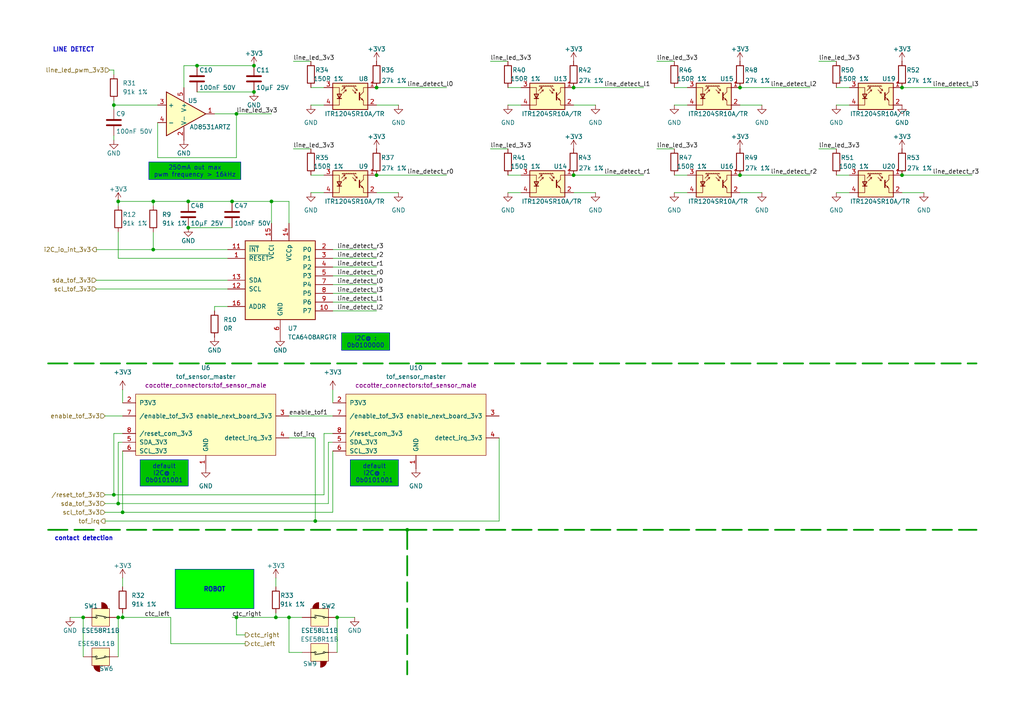
<source format=kicad_sch>
(kicad_sch (version 20231120) (generator "eeschema") (generator_version "8.0")
  (paper "A4")
  (lib_symbols
    (symbol "cocotter_capacitors:C_100nF_50V_0603" (pin_numbers hide) (pin_names (offset 0.254))
      (property "Reference" "C" (at 0.635 2.54 0))
      (property "Value" "100nF 50V" (at 0.635 -2.54 0))
      (symbol "C_100nF_50V_0603_0_1"
        (polyline (pts (xy -2.032 -0.762) (xy 2.032 -0.762)) (stroke (width 0.508)))
        (polyline (pts (xy -2.032 0.762) (xy 2.032 0.762)) (stroke (width 0.508)))
      )
      (symbol "C_100nF_50V_0603_1_1"
        (pin passive line (at 0 3.81 270) (length 2.794) (name "~") (number "1"))
        (pin passive line (at 0 -3.81 90) (length 2.794) (name "~") (number "2"))
      )
    )
    (symbol "cocotter_capacitors:C_10µF_25V_0805_X5R" (pin_numbers hide) (pin_names (offset 0.254))
      (property "Reference" "C" (at 0.635 2.54 0))
      (property "Value" "10µF 25V" (at 0.635 -2.54 0))
      (symbol "C_10µF_25V_0805_X5R_0_1"
        (polyline (pts (xy -2.032 -0.762) (xy 2.032 -0.762)) (stroke (width 0.508)))
        (polyline (pts (xy -2.032 0.762) (xy 2.032 0.762)) (stroke (width 0.508)))
      )
      (symbol "C_10µF_25V_0805_X5R_1_1"
        (pin passive line (at 0 3.81 270) (length 2.794) (name "~") (number "1"))
        (pin passive line (at 0 -3.81 90) (length 2.794) (name "~") (number "2"))
      )
    )
    (symbol "cocotter_connectors:ESE58L11B" (pin_numbers hide) (pin_names (offset 0) hide)
      (property "Reference" "SW" (at 1.651 3.429 0))
      (property "Value" "ESE58L11B" (at -1.27 -3.81 0))
      (symbol "ESE58L11B_0_1"
        (polyline (pts (xy -0.254 4.318) (xy -0.254 2.54)))
      )
      (symbol "ESE58L11B_1_1"
        (rectangle (start -2.54 2.54) (end 2.54 -2.54) (fill (type background)))
        (circle (center -1.27 0) (radius 0.254) (stroke (width 0) (color 0 0 0 1)))
        (arc (start -0.254 4.318) (mid -1.5105 3.7965) (end -2.032 2.54) (fill (type outline)))
        (polyline (pts (xy -2.54 0) (xy -1.524 0)) (stroke (width 0.2) (color 0 0 0 1)))
        (polyline (pts (xy 1.016 0.254) (xy -1.397 0.635)) (stroke (width 0.2) (color 0 0 0 1)))
        (polyline (pts (xy 1.524 0) (xy 2.54 0)) (stroke (width 0.2) (color 0 0 0 1)))
        (circle (center 1.27 0) (radius 0.254) (stroke (width 0) (color 0 0 0 1)))
        (pin passive line (at -5.08 0 0) (length 2.54) (name "") (number "1"))
        (pin passive line (at 5.08 0 180) (length 2.54) (name "") (number "2"))
      )
    )
    (symbol "cocotter_connectors:ESE58R11B" (pin_numbers hide) (pin_names (offset 0) hide)
      (property "Reference" "SW" (at -2.794 3.302 0))
      (property "Value" "ESE58R11B" (at 0 -3.81 0))
      (symbol "ESE58R11B_0_1"
        (polyline (pts (xy 0.254 4.318) (xy 0.254 2.54)))
      )
      (symbol "ESE58R11B_1_1"
        (rectangle (start -2.54 2.54) (end 2.54 -2.54) (fill (type background)))
        (circle (center -1.27 0) (radius 0.254) (stroke (width 0) (color 0 0 0 1)))
        (polyline (pts (xy -2.54 0) (xy -1.524 0)) (stroke (width 0.2) (color 0 0 0 1)))
        (polyline (pts (xy 1.016 0.254) (xy -1.397 0.635)) (stroke (width 0.2) (color 0 0 0 1)))
        (polyline (pts (xy 1.524 0) (xy 2.54 0)) (stroke (width 0.2) (color 0 0 0 1)))
        (circle (center 1.27 0) (radius 0.254) (stroke (width 0) (color 0 0 0 1)))
        (arc (start 2.032 2.54) (mid 1.5105 3.7965) (end 0.254 4.318) (fill (type outline)))
        (pin passive line (at -5.08 0 0) (length 2.54) (name "") (number "1"))
        (pin passive line (at 5.08 0 180) (length 2.54) (name "") (number "2"))
      )
    )
    (symbol "cocotter_connectors:tof_sensor_master" (pin_names (offset 1.016)) (in_bom no)
      (property "Reference" "U" (at 6.35 10.16 0))
      (property "Value" "tof_sensor_master" (at 13.97 -10.16 0))
      (property "Footprint" "cocotter_connectors:tof_sensor_male" (at -19.558 0 0))
      (symbol "tof_sensor_master_1_1"
        (rectangle (start -20.32 8.89) (end 20.32 -8.89) (fill (type background)))
        (pin passive line (at 0 -12.7 90) (length 3.81) (name "GND") (number "1"))
        (pin power_in line (at -24.13 6.35 0) (length 3.81) (name "P3V3") (number "2"))
        (pin output line (at 24.13 2.54 180) (length 3.81) (name "enable_next_board_3v3") (number "3"))
        (pin output line (at 24.13 -3.81 180) (length 3.81) (name "detect_irq_3v3") (number "4"))
        (pin bidirectional line (at -24.13 -5.08 0) (length 3.81) (name "SDA_3V3") (number "5"))
        (pin input line (at -24.13 -7.62 0) (length 3.81) (name "SCL_3V3") (number "6"))
        (pin input line (at -24.13 2.54 0) (length 3.81) (name "/enable_tof_3v3") (number "7"))
        (pin input line (at -24.13 -2.54 0) (length 3.81) (name "/reset_com_3v3") (number "8"))
      )
    )
    (symbol "cocotter_ic:AD8531ARTZ"
      (property "Reference" "U" (at 2.54 3.81 0))
      (property "Value" "AD8531ARTZ" (at 7.62 -3.81 0))
      (symbol "AD8531ARTZ_0_1"
        (polyline (pts (xy -5.08 6.35) (xy 6.35 0) (xy -5.08 -6.35) (xy -5.08 6.35)) (stroke (width 0.254)) (fill (type background)))
      )
      (symbol "AD8531ARTZ_1_1"
        (pin output line (at 8.89 0 180) (length 2.54) (name "~") (number "1"))
        (pin power_in line (at 0 -7.62 90) (length 3.81) (name "V-") (number "2"))
        (pin input line (at -7.62 2.54 0) (length 2.54) (name "+") (number "3"))
        (pin input line (at -7.62 -2.54 0) (length 2.54) (name "-") (number "4"))
        (pin power_in line (at 0 7.62 270) (length 3.81) (name "V+") (number "5"))
      )
    )
    (symbol "cocotter_ic:ITR1204SR10A/TR" (pin_names (offset 0) hide)
      (property "Reference" "U" (at 3.81 5.08 0))
      (property "Value" "ITR1204SR10A/TR" (at 1.27 -5.08 0))
      (symbol "ITR1204SR10A/TR_0_1"
        (polyline (pts (xy -3.81 -0.635) (xy -2.54 -0.635)) (stroke (width 0.254)))
        (polyline (pts (xy -2.286 2.921) (xy -2.032 3.175)))
        (polyline (pts (xy -1.778 2.921) (xy -1.524 3.175)))
        (polyline (pts (xy -1.524 2.667) (xy -1.651 2.159)))
        (polyline (pts (xy -1.27 2.921) (xy -1.016 3.175)))
        (polyline (pts (xy -1.143 1.905) (xy -1.27 1.397)))
        (polyline (pts (xy -0.762 2.921) (xy -0.508 3.175)))
        (polyline (pts (xy -0.254 2.921) (xy 0 3.175)))
        (polyline (pts (xy 0.254 2.921) (xy 0.508 3.175)))
        (polyline (pts (xy 0.762 2.921) (xy 1.016 3.175)))
        (polyline (pts (xy 1.27 2.921) (xy 1.524 3.175)))
        (polyline (pts (xy 1.651 0.889) (xy 1.143 1.016)))
        (polyline (pts (xy 1.778 2.921) (xy -2.413 2.921)))
        (polyline (pts (xy 2.032 1.651) (xy 1.524 1.778)))
        (polyline (pts (xy 2.667 -0.127) (xy 3.81 -1.27)))
        (polyline (pts (xy 2.667 0.127) (xy 3.81 1.27)))
        (polyline (pts (xy -2.54 1.651) (xy -1.524 2.667) (xy -2.032 2.54)))
        (polyline (pts (xy -2.159 0.889) (xy -1.143 1.905) (xy -1.651 1.778)))
        (polyline (pts (xy 0.635 1.905) (xy 1.651 0.889) (xy 1.524 1.397)))
        (polyline (pts (xy 1.016 2.667) (xy 2.032 1.651) (xy 1.905 2.159)))
        (polyline (pts (xy 2.667 1.016) (xy 2.667 -1.016) (xy 2.667 -1.016)) (stroke (width 0.3556)))
        (polyline (pts (xy 3.81 -1.27) (xy 3.81 -2.54) (xy 5.08 -2.54)))
        (polyline (pts (xy 3.81 1.27) (xy 3.81 2.54) (xy 5.08 2.54)))
        (polyline (pts (xy -5.08 -2.54) (xy -3.175 -2.54) (xy -3.175 2.54) (xy -5.08 2.54)))
        (polyline (pts (xy -3.175 -0.635) (xy -3.81 0.635) (xy -2.54 0.635) (xy -3.175 -0.635)) (stroke (width 0.254)))
        (polyline (pts (xy 3.683 -1.143) (xy 3.429 -0.635) (xy 3.175 -0.889) (xy 3.683 -1.143)))
        (polyline (pts (xy -5.08 -3.81) (xy 5.08 -3.81) (xy 5.08 3.81) (xy -5.08 3.81) (xy -5.08 -3.81)) (stroke (width 0.254)) (fill (type background)))
      )
      (symbol "ITR1204SR10A/TR_1_1"
        (pin open_collector line (at 7.62 2.54 180) (length 2.54) (name "C") (number "1"))
        (pin open_emitter line (at 7.62 -2.54 180) (length 2.54) (name "E") (number "2"))
        (pin passive line (at -7.62 2.54 0) (length 2.54) (name "A") (number "3"))
        (pin passive line (at -7.62 -2.54 0) (length 2.54) (name "K") (number "4"))
      )
    )
    (symbol "cocotter_ic:TCA6408ARGTR" (pin_names (offset 1.016))
      (property "Reference" "U" (at 5.08 13.97 0))
      (property "Value" "TCA6408ARGTR" (at 11.43 -11.43 0))
      (symbol "TCA6408ARGTR_0_1"
        (rectangle (start -10.16 12.7) (end 10.16 -10.16) (stroke (width 0.254)) (fill (type background)))
      )
      (symbol "TCA6408ARGTR_1_1"
        (pin input line (at -15.24 7.62 0) (length 5.08) (name "~{RESET}") (number "1"))
        (pin bidirectional line (at 15.24 -7.62 180) (length 5.08) (name "P7") (number "10"))
        (pin open_collector line (at -15.24 10.16 0) (length 5.08) (name "~{INT}") (number "11"))
        (pin input line (at -15.24 -1.27 0) (length 5.08) (name "SCL") (number "12"))
        (pin bidirectional line (at -15.24 1.27 0) (length 5.08) (name "SDA") (number "13"))
        (pin power_in line (at 2.54 17.78 270) (length 5.08) (name "VCCp") (number "14"))
        (pin input line (at -2.54 17.78 270) (length 5.08) (name "VCCl") (number "15"))
        (pin input line (at -15.24 -6.35 0) (length 5.08) (name "ADDR") (number "16"))
        (pin bidirectional line (at 15.24 10.16 180) (length 5.08) (name "P0") (number "2"))
        (pin bidirectional line (at 15.24 7.62 180) (length 5.08) (name "P1") (number "3"))
        (pin bidirectional line (at 15.24 5.08 180) (length 5.08) (name "P2") (number "4"))
        (pin bidirectional line (at 15.24 2.54 180) (length 5.08) (name "P3") (number "5"))
        (pin power_in line (at 0 -15.24 90) (length 5.08) (name "GND") (number "6"))
        (pin bidirectional line (at 15.24 0 180) (length 5.08) (name "P4") (number "7"))
        (pin bidirectional line (at 15.24 -2.54 180) (length 5.08) (name "P5") (number "8"))
        (pin bidirectional line (at 15.24 -5.08 180) (length 5.08) (name "P6") (number "9"))
      )
    )
    (symbol "cocotter_resistors:R_0R_0603" (pin_numbers hide) (pin_names (offset 0))
      (property "Reference" "R" (at 1.27 1.27 0))
      (property "Value" "0R" (at 3.81 -1.27 0))
      (symbol "R_0R_0603_0_1"
        (rectangle (start -1.016 -2.54) (end 1.016 2.54) (stroke (width 0.254)))
      )
      (symbol "R_0R_0603_1_1"
        (pin passive line (at 0 3.81 270) (length 1.27) (name "~") (number "1"))
        (pin passive line (at 0 -3.81 90) (length 1.27) (name "~") (number "2"))
      )
    )
    (symbol "cocotter_resistors:R_150R_0805_1%" (pin_numbers hide) (pin_names (offset 0))
      (property "Reference" "R" (at 1.27 1.27 0))
      (property "Value" "150R 1%" (at 5.08 -1.27 0))
      (symbol "R_150R_0805_1%_0_1"
        (rectangle (start -1.016 -2.54) (end 1.016 2.54) (stroke (width 0.254)))
      )
      (symbol "R_150R_0805_1%_1_1"
        (pin passive line (at 0 3.81 270) (length 1.27) (name "~") (number "1"))
        (pin passive line (at 0 -3.81 90) (length 1.27) (name "~") (number "2"))
      )
    )
    (symbol "cocotter_resistors:R_27k_0603_1%" (pin_numbers hide) (pin_names (offset 0))
      (property "Reference" "R" (at 1.27 1.27 0))
      (property "Value" "27k 1%" (at 5.08 -1.778 0))
      (symbol "R_27k_0603_1%_0_1"
        (rectangle (start -1.016 -2.54) (end 1.016 2.54) (stroke (width 0.254)))
      )
      (symbol "R_27k_0603_1%_1_1"
        (pin passive line (at 0 3.81 270) (length 1.27) (name "~") (number "1"))
        (pin passive line (at 0 -3.81 90) (length 1.27) (name "~") (number "2"))
      )
    )
    (symbol "cocotter_resistors:R_91k_0603_1%" (pin_numbers hide) (pin_names (offset 0))
      (property "Reference" "R" (at 1.27 1.27 0))
      (property "Value" "91k 1%" (at 4.826 -1.27 0))
      (symbol "R_91k_0603_1%_0_1"
        (rectangle (start -1.016 -2.54) (end 1.016 2.54) (stroke (width 0.254)))
      )
      (symbol "R_91k_0603_1%_1_1"
        (pin passive line (at 0 3.81 270) (length 1.27) (name "~") (number "1"))
        (pin passive line (at 0 -3.81 90) (length 1.27) (name "~") (number "2"))
      )
    )
    (symbol "power:+3V3" (power) (pin_numbers hide) (pin_names (offset 0) hide)
      (property "Value" "+3V3" (at 0 3.556 0))
      (symbol "+3V3_0_1"
        (polyline (pts (xy -0.762 1.27) (xy 0 2.54)))
        (polyline (pts (xy 0 0) (xy 0 2.54)))
        (polyline (pts (xy 0 2.54) (xy 0.762 1.27)))
      )
      (symbol "+3V3_1_1"
        (pin power_in line (at 0 0 90) (length 0) (name "~") (number "1"))
      )
    )
    (symbol "power:GND" (power) (pin_numbers hide) (pin_names (offset 0) hide)
      (property "Value" "GND" (at 0 -3.81 0))
      (symbol "GND_0_1"
        (polyline (pts (xy 0 0) (xy 0 -1.27) (xy 1.27 -1.27) (xy 0 -2.54) (xy -1.27 -1.27) (xy 0 -1.27)))
      )
      (symbol "GND_1_1"
        (pin power_in line (at 0 0 270) (length 0) (name "~") (number "1"))
      )
    )
  )
  (junction (at 214.63 50.8))
  (junction (at 80.01 179.07))
  (junction (at 73.66 26.67))
  (junction (at 166.37 50.8))
  (junction (at 54.61 66.04))
  (junction (at 24.13 179.07))
  (junction (at 261.62 25.4))
  (junction (at 34.29 58.42))
  (junction (at 35.56 179.07))
  (junction (at 166.37 25.4))
  (junction (at 34.29 179.07))
  (junction (at 35.56 148.59))
  (junction (at 73.66 19.05))
  (junction (at 97.79 179.07))
  (junction (at 68.58 33.02))
  (junction (at 54.61 58.42))
  (junction (at 68.58 179.07))
  (junction (at 83.82 179.07))
  (junction (at 118.11 153.67))
  (junction (at 214.63 25.4))
  (junction (at 78.74 58.42))
  (junction (at 91.44 151.13))
  (junction (at 261.62 50.8))
  (junction (at 34.29 146.05))
  (junction (at 44.45 72.39))
  (junction (at 67.31 58.42))
  (junction (at 33.02 30.48))
  (junction (at 57.15 19.05))
  (junction (at 33.02 143.51))
  (junction (at 109.22 50.8))
  (junction (at 109.22 25.4))
  (junction (at 44.45 58.42))
  (wire (pts (xy 144.78 127) (xy 144.78 151.13)))
  (wire (pts (xy 220.98 30.48) (xy 214.63 30.48)))
  (wire (pts (xy 34.29 74.93) (xy 66.04 74.93)))
  (wire (pts (xy 62.23 88.9) (xy 62.23 90.17)))
  (wire (pts (xy 242.57 55.88) (xy 246.38 55.88)))
  (wire (pts (xy 96.52 113.03) (xy 96.52 116.84)))
  (wire (pts (xy 35.56 167.64) (xy 35.56 170.18)))
  (wire (pts (xy 147.32 50.8) (xy 151.13 50.8)))
  (wire (pts (xy 87.63 179.07) (xy 83.82 179.07)))
  (wire (pts (xy 33.02 143.51) (xy 93.98 143.51)))
  (wire (pts (xy 214.63 25.4) (xy 234.95 25.4)))
  (wire (pts (xy 78.74 64.77) (xy 78.74 58.42)))
  (wire (pts (xy 90.17 25.4) (xy 93.98 25.4)))
  (wire (pts (xy 13.97 153.67) (xy 118.11 153.67)) (stroke (width 0.508) (type dash)))
  (wire (pts (xy 96.52 77.47) (xy 109.22 77.47)))
  (wire (pts (xy 30.48 151.13) (xy 91.44 151.13)))
  (wire (pts (xy 33.02 39.37) (xy 33.02 40.64)))
  (wire (pts (xy 34.29 58.42) (xy 44.45 58.42)))
  (wire (pts (xy 24.13 179.07) (xy 24.13 190.5)))
  (wire (pts (xy 49.53 186.69) (xy 49.53 179.07)))
  (wire (pts (xy 78.74 58.42) (xy 67.31 58.42)))
  (wire (pts (xy 96.52 90.17) (xy 109.22 90.17)))
  (wire (pts (xy 13.97 105.41) (xy 283.21 105.41)) (stroke (width 0.508) (type dash)))
  (wire (pts (xy 166.37 50.8) (xy 186.69 50.8)))
  (wire (pts (xy 35.56 113.03) (xy 35.56 116.84)))
  (wire (pts (xy 67.31 58.42) (xy 54.61 58.42)))
  (wire (pts (xy 34.29 179.07) (xy 35.56 179.07)))
  (wire (pts (xy 33.02 125.73) (xy 35.56 125.73)))
  (wire (pts (xy 71.12 186.69) (xy 49.53 186.69)))
  (wire (pts (xy 90.17 55.88) (xy 93.98 55.88)))
  (wire (pts (xy 44.45 67.31) (xy 44.45 72.39)))
  (wire (pts (xy 95.25 128.27) (xy 96.52 128.27)))
  (wire (pts (xy 195.58 50.8) (xy 199.39 50.8)))
  (wire (pts (xy 237.49 17.78) (xy 242.57 17.78)))
  (wire (pts (xy 33.02 143.51) (xy 33.02 125.73)))
  (wire (pts (xy 144.78 151.13) (xy 91.44 151.13)))
  (wire (pts (xy 172.72 30.48) (xy 166.37 30.48)))
  (wire (pts (xy 33.02 31.75) (xy 33.02 30.48)))
  (wire (pts (xy 27.94 72.39) (xy 44.45 72.39)))
  (wire (pts (xy 57.15 26.67) (xy 73.66 26.67)))
  (wire (pts (xy 96.52 85.09) (xy 109.22 85.09)))
  (wire (pts (xy 35.56 148.59) (xy 35.56 130.81)))
  (wire (pts (xy 30.48 148.59) (xy 35.56 148.59)))
  (wire (pts (xy 95.25 146.05) (xy 95.25 128.27)))
  (wire (pts (xy 261.62 50.8) (xy 281.94 50.8)))
  (wire (pts (xy 35.56 179.07) (xy 49.53 179.07)))
  (wire (pts (xy 44.45 58.42) (xy 44.45 59.69)))
  (wire (pts (xy 102.87 179.07) (xy 97.79 179.07)))
  (wire (pts (xy 68.58 179.07) (xy 68.58 184.15)))
  (wire (pts (xy 67.31 179.07) (xy 68.58 179.07)))
  (wire (pts (xy 83.82 58.42) (xy 78.74 58.42)))
  (wire (pts (xy 44.45 72.39) (xy 66.04 72.39)))
  (wire (pts (xy 68.58 33.02) (xy 78.74 33.02)))
  (wire (pts (xy 261.62 25.4) (xy 281.94 25.4)))
  (wire (pts (xy 115.57 55.88) (xy 109.22 55.88)))
  (wire (pts (xy 66.04 83.82) (xy 27.94 83.82)))
  (wire (pts (xy 80.01 170.18) (xy 80.01 167.64)))
  (wire (pts (xy 45.72 35.56) (xy 45.72 45.72)))
  (wire (pts (xy 33.02 29.21) (xy 33.02 30.48)))
  (wire (pts (xy 142.24 43.18) (xy 147.32 43.18)))
  (wire (pts (xy 242.57 25.4) (xy 246.38 25.4)))
  (wire (pts (xy 34.29 146.05) (xy 34.29 128.27)))
  (wire (pts (xy 90.17 50.8) (xy 93.98 50.8)))
  (wire (pts (xy 53.34 19.05) (xy 53.34 25.4)))
  (wire (pts (xy 34.29 146.05) (xy 95.25 146.05)))
  (wire (pts (xy 45.72 45.72) (xy 68.58 45.72)))
  (wire (pts (xy 118.11 153.67) (xy 283.21 153.67)) (stroke (width 0.508) (type dash)))
  (wire (pts (xy 85.09 17.78) (xy 90.17 17.78)))
  (wire (pts (xy 97.79 179.07) (xy 97.79 189.23)))
  (wire (pts (xy 242.57 30.48) (xy 246.38 30.48)))
  (wire (pts (xy 90.17 30.48) (xy 93.98 30.48)))
  (wire (pts (xy 83.82 189.23) (xy 83.82 179.07)))
  (wire (pts (xy 267.97 55.88) (xy 261.62 55.88)))
  (wire (pts (xy 118.11 153.67) (xy 118.11 195.58)) (stroke (width 0.508) (type dash)))
  (wire (pts (xy 195.58 55.88) (xy 199.39 55.88)))
  (wire (pts (xy 147.32 25.4) (xy 151.13 25.4)))
  (wire (pts (xy 96.52 87.63) (xy 109.22 87.63)))
  (wire (pts (xy 172.72 55.88) (xy 166.37 55.88)))
  (wire (pts (xy 30.48 143.51) (xy 33.02 143.51)))
  (wire (pts (xy 142.24 17.78) (xy 147.32 17.78)))
  (wire (pts (xy 80.01 177.8) (xy 80.01 179.07)))
  (wire (pts (xy 54.61 66.04) (xy 67.31 66.04)))
  (wire (pts (xy 44.45 58.42) (xy 54.61 58.42)))
  (wire (pts (xy 109.22 50.8) (xy 129.54 50.8)))
  (wire (pts (xy 73.66 19.05) (xy 57.15 19.05)))
  (wire (pts (xy 62.23 88.9) (xy 66.04 88.9)))
  (wire (pts (xy 35.56 177.8) (xy 35.56 179.07)))
  (wire (pts (xy 195.58 30.48) (xy 199.39 30.48)))
  (wire (pts (xy 34.29 128.27) (xy 35.56 128.27)))
  (wire (pts (xy 80.01 179.07) (xy 83.82 179.07)))
  (wire (pts (xy 96.52 80.01) (xy 109.22 80.01)))
  (wire (pts (xy 85.09 43.18) (xy 90.17 43.18)))
  (wire (pts (xy 91.44 127) (xy 91.44 151.13)))
  (wire (pts (xy 96.52 148.59) (xy 96.52 130.81)))
  (wire (pts (xy 83.82 127) (xy 91.44 127)))
  (wire (pts (xy 93.98 143.51) (xy 93.98 125.73)))
  (wire (pts (xy 30.48 120.65) (xy 35.56 120.65)))
  (wire (pts (xy 62.23 33.02) (xy 68.58 33.02)))
  (wire (pts (xy 34.29 59.69) (xy 34.29 58.42)))
  (wire (pts (xy 166.37 25.4) (xy 186.69 25.4)))
  (wire (pts (xy 96.52 74.93) (xy 109.22 74.93)))
  (wire (pts (xy 20.32 179.07) (xy 24.13 179.07)))
  (wire (pts (xy 190.5 17.78) (xy 195.58 17.78)))
  (wire (pts (xy 96.52 82.55) (xy 109.22 82.55)))
  (wire (pts (xy 68.58 184.15) (xy 71.12 184.15)))
  (wire (pts (xy 109.22 25.4) (xy 129.54 25.4)))
  (wire (pts (xy 237.49 43.18) (xy 242.57 43.18)))
  (wire (pts (xy 115.57 30.48) (xy 109.22 30.48)))
  (wire (pts (xy 83.82 120.65) (xy 96.52 120.65)))
  (wire (pts (xy 33.02 20.32) (xy 33.02 21.59)))
  (wire (pts (xy 93.98 125.73) (xy 96.52 125.73)))
  (wire (pts (xy 27.94 81.28) (xy 66.04 81.28)))
  (wire (pts (xy 30.48 146.05) (xy 34.29 146.05)))
  (wire (pts (xy 34.29 67.31) (xy 34.29 74.93)))
  (wire (pts (xy 220.98 55.88) (xy 214.63 55.88)))
  (wire (pts (xy 68.58 45.72) (xy 68.58 33.02)))
  (wire (pts (xy 195.58 25.4) (xy 199.39 25.4)))
  (wire (pts (xy 31.75 20.32) (xy 33.02 20.32)))
  (wire (pts (xy 33.02 30.48) (xy 45.72 30.48)))
  (wire (pts (xy 83.82 64.77) (xy 83.82 58.42)))
  (wire (pts (xy 87.63 189.23) (xy 83.82 189.23)))
  (wire (pts (xy 35.56 148.59) (xy 96.52 148.59)))
  (wire (pts (xy 147.32 30.48) (xy 151.13 30.48)))
  (wire (pts (xy 68.58 179.07) (xy 80.01 179.07)))
  (wire (pts (xy 214.63 50.8) (xy 234.95 50.8)))
  (wire (pts (xy 57.15 19.05) (xy 53.34 19.05)))
  (wire (pts (xy 34.29 179.07) (xy 34.29 190.5)))
  (wire (pts (xy 147.32 55.88) (xy 151.13 55.88)))
  (wire (pts (xy 242.57 50.8) (xy 246.38 50.8)))
  (wire (pts (xy 190.5 43.18) (xy 195.58 43.18)))
  (wire (pts (xy 96.52 72.39) (xy 109.22 72.39)))
  (text_box "250mA out max\npwm frequency > 16kHz" (at 43.18 46.99 0) (size 26.67 5.08) (fill (type color) (color 0 194 0 1)) (effects (font (size 1.27 1.27))))
  (text_box "default I2C@ : 0b0101001" (at 101.6 133.35 0) (size 13.97 7.62) (fill (type color) (color 0 194 0 1)) (effects (font (size 1.27 1.27))))
  (text_box "default I2C@ : 0b0101001" (at 40.64 133.35 0) (size 13.97 7.62) (fill (type color) (color 0 194 0 1)) (effects (font (size 1.27 1.27))))
  (text_box "ROBOT\n" (at 50.8 165.1 0) (size 22.86 11.43) (fill (type color) (color 0 255 0 1)) (effects (font (size 1.27 1.27) (thickness 0.254) (bold yes))))
  (text_box "I2C@ : 0b0100000" (at 99.06 96.52 0) (size 13.97 5.08) (fill (type color) (color 0 194 0 1)) (effects (font (size 1.27 1.27))))
  (text "contact detection" (at 15.748 156.972 0) (effects (font (size 1.27 1.27) (thickness 0.254) (bold yes)) (justify left bottom)))
  (text "LINE DETECT" (at 15.24 15.24 0) (effects (font (size 1.27 1.27) (thickness 0.254) (bold yes)) (justify left bottom)))
  (label "line_detect_r0" (at 118.11 50.8 0))
  (label "line_detect_r2" (at 223.52 50.8 0))
  (label "ctc_right" (at 67.31 179.07 0))
  (label "line_detect_l1" (at 175.26 25.4 0))
  (label "line_detect_r2" (at 97.79 74.93 0))
  (label "line_detect_l1" (at 97.79 87.63 0))
  (label "line_led_3v3" (at 142.24 17.78 0))
  (label "line_detect_l2" (at 97.79 90.17 0))
  (label "line_detect_r0" (at 97.79 80.01 0))
  (label "line_led_3v3" (at 68.58 33.02 0))
  (label "line_detect_l0" (at 97.79 82.55 0))
  (label "line_led_3v3" (at 85.09 17.78 0))
  (label "line_led_3v3" (at 190.5 43.18 0))
  (label "line_detect_l0" (at 118.11 25.4 0))
  (label "ctc_left" (at 41.91 179.07 0))
  (label "line_led_3v3" (at 237.49 43.18 0))
  (label "enable_tof1" (at 83.82 120.65 0))
  (label "line_led_3v3" (at 85.09 43.18 0))
  (label "line_detect_l3" (at 270.51 25.4 0))
  (label "line_led_3v3" (at 190.5 17.78 0))
  (label "line_detect_r3" (at 270.51 50.8 0))
  (label "line_detect_l2" (at 223.52 25.4 0))
  (label "line_detect_r1" (at 97.79 77.47 0))
  (label "line_detect_r1" (at 175.26 50.8 0))
  (label "line_led_3v3" (at 142.24 43.18 0))
  (label "line_detect_r3" (at 97.79 72.39 0))
  (label "line_led_3v3" (at 237.49 17.78 0))
  (label "line_detect_l3" (at 97.79 85.09 0))
  (label "tof_irq" (at 85.09 127 0))
  (hierarchical_label "sda_tof_3v3" (shape input) (at 27.94 81.28 180))
  (hierarchical_label "scl_tof_3v3" (shape input) (at 30.48 148.59 180))
  (hierarchical_label "line_led_pwm_3v3" (shape input) (at 31.75 20.32 180))
  (hierarchical_label "scl_tof_3v3" (shape input) (at 27.94 83.82 180))
  (hierarchical_label "tof_irq" (shape output) (at 30.48 151.13 180))
  (hierarchical_label "enable_tof_3v3" (shape input) (at 30.48 120.65 180))
  (hierarchical_label "i2C_io_int_3v3" (shape output) (at 27.94 72.39 180))
  (hierarchical_label "ctc_left" (shape output) (at 71.12 186.69 0))
  (hierarchical_label "{slash}reset_tof_3v3" (shape input) (at 30.48 143.51 180))
  (hierarchical_label "sda_tof_3v3" (shape input) (at 30.48 146.05 180))
  (hierarchical_label "ctc_right" (shape output) (at 71.12 184.15 0))
  (symbol (lib_id "cocotter_resistors:R_27k_0603_1%") (at 261.62 46.99 0) (unit 1)
    (property "Reference" "R53" (at 262.89 45.72 0) (effects (justify left)))
    (property "Value" "27k 1%" (at 266.7 48.768 0))
    (property "Footprint" "cocotter_resistor:r0603_reflow" (effects (hide yes)))
    (property "Description" "Resistor" (effects (hide yes)))
    (property "Specification" "27k 0603 1% 100mW" (effects (hide yes)))
    (property "JLCPCB Part #" "C22967" (effects (hide yes)))
  )
  (symbol (lib_id "cocotter_connectors:ESE58R11B") (at 92.71 189.23 0) (mirror x) (unit 1)
    (property "Reference" "SW9" (at 89.916 192.532 0))
    (property "Value" "ESE58R11B" (at 92.71 185.42 0))
    (property "Footprint" "cocotter_connectors:ESE58R11B" (effects (hide yes)))
    (property "Datasheet" "https://www.lcsc.com/product-detail/Microswitches_Yuandi-TQ-2537A_C669819.html" (effects (hide yes)))
    (property "Description" "microswitch 50mA 12V SMD" (effects (hide yes)))
    (property "Mouser" "667-ESE-22MH22" (effects (hide yes)))
    (property "JLCPCB Part #" "C388877" (effects (hide yes)))
  )
  (symbol (lib_id "power:GND") (at 242.57 30.48 0) (unit 1)
    (property "Reference" "#PWR0167" (effects (hide yes)))
    (property "Value" "GND" (at 242.57 35.56 0))
    (property "Description" "Power symbol creates a global label with name \"GND\" , ground" (effects (hide yes)))
  )
  (symbol (lib_id "power:+3V3") (at 214.63 17.78 0) (unit 1)
    (property "Reference" "#PWR045" (effects (hide yes)))
    (property "Value" "+3V3" (at 214.63 14.224 0))
    (property "Description" "Power symbol creates a global label with name \"+3V3\"" (effects (hide yes)))
  )
  (symbol (lib_id "cocotter_connectors:ESE58R11B") (at 29.21 179.07 0) (unit 1)
    (property "Reference" "SW1" (at 26.416 175.768 0))
    (property "Value" "ESE58R11B" (at 29.21 182.88 0))
    (property "Footprint" "cocotter_connectors:ESE58R11B" (effects (hide yes)))
    (property "Datasheet" "https://www.lcsc.com/product-detail/Microswitches_Yuandi-TQ-2537A_C669819.html" (effects (hide yes)))
    (property "Description" "microswitch 50mA 12V SMD" (effects (hide yes)))
    (property "Mouser" "667-ESE-22MH22" (effects (hide yes)))
    (property "JLCPCB Part #" "C388877" (effects (hide yes)))
  )
  (symbol (lib_id "cocotter_ic:ITR1204SR10A/TR") (at 101.6 53.34 0) (unit 1)
    (property "Reference" "U9" (at 105.41 48.26 0))
    (property "Value" "ITR1204SR10A/TR" (at 102.87 58.42 0))
    (property "Footprint" "cocotter_ic:ITR1204SR10A" (effects (hide yes)))
    (property "Description" "SMT, detection distance 0.5mm photointerrupter" (effects (hide yes)))
    (property "JLCPCB Part #" "C2943466" (effects (hide yes)))
  )
  (symbol (lib_id "cocotter_capacitors:C_100nF_50V_0603") (at 57.15 22.86 0) (unit 1)
    (property "Reference" "C10" (at 57.785 20.32 0) (effects (justify left)))
    (property "Value" "100nF 50V" (at 57.785 25.4 0) (effects (justify left)))
    (property "Footprint" "cocotter_capacitors:C_0603_1608Metric" (effects (hide yes)))
    (property "Description" "Unpolarized capacitor tol +/-10%" (effects (hide yes)))
    (property "Specification" "100nF 50V X7R 0603 " (effects (hide yes)))
    (property "JLCPCB Part #" "C14663" (effects (hide yes)))
  )
  (symbol (lib_id "cocotter_capacitors:C_10µF_25V_0805_X5R") (at 54.61 62.23 0) (unit 1)
    (property "Reference" "C48" (at 55.245 59.69 0) (effects (justify left)))
    (property "Value" "10µF 25V" (at 55.245 64.77 0) (effects (justify left)))
    (property "Footprint" "cocotter_capacitors:C_0805_2012Metric" (effects (hide yes)))
    (property "Description" "Unpolarized capacitor" (effects (hide yes)))
    (property "Specification" "10µF 25V X7R 0805 " (effects (hide yes)))
    (property "JLCPCB Part #" "C15850" (effects (hide yes)))
  )
  (symbol (lib_id "cocotter_resistors:R_27k_0603_1%") (at 166.37 21.59 0) (unit 1)
    (property "Reference" "R42" (at 167.64 20.32 0) (effects (justify left)))
    (property "Value" "27k 1%" (at 171.45 23.368 0))
    (property "Footprint" "cocotter_resistor:r0603_reflow" (effects (hide yes)))
    (property "Description" "Resistor" (effects (hide yes)))
    (property "Specification" "27k 0603 1% 100mW" (effects (hide yes)))
    (property "JLCPCB Part #" "C22967" (effects (hide yes)))
  )
  (symbol (lib_id "power:GND") (at 120.65 135.89 0) (unit 1)
    (property "Reference" "#PWR0144" (effects (hide yes)))
    (property "Value" "GND" (at 120.65 140.97 0))
    (property "Description" "Power symbol creates a global label with name \"GND\" , ground" (effects (hide yes)))
  )
  (symbol (lib_id "cocotter_resistors:R_91k_0603_1%") (at 34.29 63.5 0) (unit 1)
    (property "Reference" "R12" (at 35.56 62.23 0) (effects (justify left)))
    (property "Value" "91k 1%" (at 39.116 64.77 0))
    (property "Footprint" "cocotter_resistor:r0603_reflow" (effects (hide yes)))
    (property "Description" "Resistor" (effects (hide yes)))
    (property "Specification" "91k 0603 1% 100mW" (effects (hide yes)))
    (property "JLCPCB Part #" "C23265" (effects (hide yes)))
  )
  (symbol (lib_id "power:GND") (at 195.58 30.48 0) (unit 1)
    (property "Reference" "#PWR0168" (effects (hide yes)))
    (property "Value" "GND" (at 195.58 35.56 0))
    (property "Description" "Power symbol creates a global label with name \"GND\" , ground" (effects (hide yes)))
  )
  (symbol (lib_id "power:+3V3") (at 166.37 43.18 0) (unit 1)
    (property "Reference" "#PWR049" (effects (hide yes)))
    (property "Value" "+3V3" (at 166.37 39.624 0))
    (property "Description" "Power symbol creates a global label with name \"+3V3\"" (effects (hide yes)))
  )
  (symbol (lib_id "cocotter_ic:ITR1204SR10A/TR") (at 158.75 27.94 0) (unit 1)
    (property "Reference" "U13" (at 162.56 22.86 0))
    (property "Value" "ITR1204SR10A/TR" (at 160.02 33.02 0))
    (property "Footprint" "cocotter_ic:ITR1204SR10A" (effects (hide yes)))
    (property "Description" "SMT, detection distance 0.5mm photointerrupter" (effects (hide yes)))
    (property "JLCPCB Part #" "C2943466" (effects (hide yes)))
  )
  (symbol (lib_id "cocotter_resistors:R_150R_0805_1%") (at 242.57 21.59 0) (unit 1)
    (property "Reference" "R50" (at 243.84 20.32 0) (effects (justify left)))
    (property "Value" "150R 1%" (at 247.65 22.86 0))
    (property "Footprint" "cocotter_resistor:r0805_reflow" (effects (hide yes)))
    (property "Description" "Resistor" (effects (hide yes)))
    (property "Specification" "150R 0805 1% 100mW" (effects (hide yes)))
    (property "JLCPCB Part #" "C17471" (effects (hide yes)))
  )
  (symbol (lib_id "power:GND") (at 102.87 179.07 0) (unit 1)
    (property "Reference" "#PWR0147" (effects (hide yes)))
    (property "Value" "GND" (at 102.87 182.88 0))
    (property "Description" "Power symbol creates a global label with name \"GND\" , ground" (effects (hide yes)))
  )
  (symbol (lib_id "power:+3V3") (at 109.22 43.18 0) (unit 1)
    (property "Reference" "#PWR050" (effects (hide yes)))
    (property "Value" "+3V3" (at 109.22 39.624 0))
    (property "Description" "Power symbol creates a global label with name \"+3V3\"" (effects (hide yes)))
  )
  (symbol (lib_id "cocotter_resistors:R_27k_0603_1%") (at 166.37 46.99 0) (unit 1)
    (property "Reference" "R43" (at 167.64 45.72 0) (effects (justify left)))
    (property "Value" "27k 1%" (at 171.45 48.768 0))
    (property "Footprint" "cocotter_resistor:r0603_reflow" (effects (hide yes)))
    (property "Description" "Resistor" (effects (hide yes)))
    (property "Specification" "27k 0603 1% 100mW" (effects (hide yes)))
    (property "JLCPCB Part #" "C22967" (effects (hide yes)))
  )
  (symbol (lib_id "cocotter_ic:ITR1204SR10A/TR") (at 254 53.34 0) (unit 1)
    (property "Reference" "U20" (at 257.81 48.26 0))
    (property "Value" "ITR1204SR10A/TR" (at 255.27 58.42 0))
    (property "Footprint" "cocotter_ic:ITR1204SR10A" (effects (hide yes)))
    (property "Description" "SMT, detection distance 0.5mm photointerrupter" (effects (hide yes)))
    (property "JLCPCB Part #" "C2943466" (effects (hide yes)))
  )
  (symbol (lib_id "power:GND") (at 81.28 97.79 0) (unit 1)
    (property "Reference" "#PWR021" (effects (hide yes)))
    (property "Value" "GND" (at 81.28 101.6 0))
    (property "Description" "Power symbol creates a global label with name \"GND\" , ground" (effects (hide yes)))
  )
  (symbol (lib_id "power:+3V3") (at 73.66 19.05 0) (unit 1)
    (property "Reference" "#PWR042" (effects (hide yes)))
    (property "Value" "+3V3" (at 73.66 15.494 0))
    (property "Description" "Power symbol creates a global label with name \"+3V3\"" (effects (hide yes)))
  )
  (symbol (lib_id "power:GND") (at 220.98 30.48 0) (unit 1)
    (property "Reference" "#PWR0174" (effects (hide yes)))
    (property "Value" "GND" (at 220.98 35.56 0))
    (property "Description" "Power symbol creates a global label with name \"GND\" , ground" (effects (hide yes)))
  )
  (symbol (lib_id "power:GND") (at 90.17 55.88 0) (unit 1)
    (property "Reference" "#PWR0153" (effects (hide yes)))
    (property "Value" "GND" (at 90.17 60.96 0))
    (property "Description" "Power symbol creates a global label with name \"GND\" , ground" (effects (hide yes)))
  )
  (symbol (lib_id "power:+3V3") (at 261.62 43.18 0) (unit 1)
    (property "Reference" "#PWR047" (effects (hide yes)))
    (property "Value" "+3V3" (at 261.62 39.624 0))
    (property "Description" "Power symbol creates a global label with name \"+3V3\"" (effects (hide yes)))
  )
  (symbol (lib_id "power:+3V3") (at 34.29 58.42 0) (unit 1)
    (property "Reference" "#PWR018" (effects (hide yes)))
    (property "Value" "+3V3" (at 34.29 54.864 0))
    (property "Description" "Power symbol creates a global label with name \"+3V3\"" (effects (hide yes)))
  )
  (symbol (lib_id "cocotter_resistors:R_91k_0603_1%") (at 80.01 173.99 0) (unit 1)
    (property "Reference" "R33" (at 81.28 172.72 0) (effects (justify left)))
    (property "Value" "91k 1%" (at 84.836 175.26 0))
    (property "Footprint" "cocotter_resistor:r0603_reflow" (effects (hide yes)))
    (property "Description" "Resistor" (effects (hide yes)))
    (property "Specification" "91k 0603 1% 100mW" (effects (hide yes)))
    (property "JLCPCB Part #" "C23265" (effects (hide yes)))
  )
  (symbol (lib_id "power:GND") (at 147.32 30.48 0) (unit 1)
    (property "Reference" "#PWR0152" (effects (hide yes)))
    (property "Value" "GND" (at 147.32 35.56 0))
    (property "Description" "Power symbol creates a global label with name \"GND\" , ground" (effects (hide yes)))
  )
  (symbol (lib_id "power:GND") (at 267.97 55.88 0) (unit 1)
    (property "Reference" "#PWR0187" (effects (hide yes)))
    (property "Value" "GND" (at 267.97 60.96 0))
    (property "Description" "Power symbol creates a global label with name \"GND\" , ground" (effects (hide yes)))
  )
  (symbol (lib_id "power:+3V3") (at 109.22 17.78 0) (unit 1)
    (property "Reference" "#PWR043" (effects (hide yes)))
    (property "Value" "+3V3" (at 109.22 14.224 0))
    (property "Description" "Power symbol creates a global label with name \"+3V3\"" (effects (hide yes)))
  )
  (symbol (lib_id "cocotter_ic:TCA6408ARGTR") (at 81.28 82.55 0) (unit 1)
    (property "Reference" "U7" (at 83.4741 95.25 0) (effects (justify left)))
    (property "Value" "TCA6408ARGTR" (at 83.4741 97.79 0) (effects (justify left)))
    (property "Footprint" "cocotter_ic:VQFN-16-1EP_3x3mm_P0.5mm_EP1.1x1.1mm" (effects (hide yes)))
    (property "Datasheet" "https://www.ti.com/lit/ds/symlink/tca6408a.pdf" (effects (hide yes)))
    (property "Description" "8-BIT I2C/SMBUS GPIO EXPANDER" (effects (hide yes)))
    (property "mouser" "595-TCA6408ARGTR " (effects (hide yes)))
    (property "JLCPCB part#" "C181499" (effects (hide yes)))
  )
  (symbol (lib_id "power:+3V3") (at 261.62 17.78 0) (unit 1)
    (property "Reference" "#PWR046" (effects (hide yes)))
    (property "Value" "+3V3" (at 261.62 14.224 0))
    (property "Description" "Power symbol creates a global label with name \"+3V3\"" (effects (hide yes)))
  )
  (symbol (lib_id "cocotter_capacitors:C_10µF_25V_0805_X5R") (at 73.66 22.86 0) (unit 1)
    (property "Reference" "C11" (at 74.295 20.32 0) (effects (justify left)))
    (property "Value" "10µF 25V" (at 74.295 25.4 0) (effects (justify left)))
    (property "Footprint" "cocotter_capacitors:C_0805_2012Metric" (effects (hide yes)))
    (property "Description" "Unpolarized capacitor" (effects (hide yes)))
    (property "Specification" "10µF 25V X7R 0805 " (effects (hide yes)))
    (property "JLCPCB Part #" "C15850" (effects (hide yes)))
  )
  (symbol (lib_id "cocotter_resistors:R_27k_0603_1%") (at 214.63 21.59 0) (unit 1)
    (property "Reference" "R48" (at 215.9 20.32 0) (effects (justify left)))
    (property "Value" "27k 1%" (at 219.71 23.368 0))
    (property "Footprint" "cocotter_resistor:r0603_reflow" (effects (hide yes)))
    (property "Description" "Resistor" (effects (hide yes)))
    (property "Specification" "27k 0603 1% 100mW" (effects (hide yes)))
    (property "JLCPCB Part #" "C22967" (effects (hide yes)))
  )
  (symbol (lib_id "power:GND") (at 53.34 40.64 0) (unit 1)
    (property "Reference" "#PWR0160" (effects (hide yes)))
    (property "Value" "GND" (at 53.34 44.45 0))
    (property "Description" "Power symbol creates a global label with name \"GND\" , ground" (effects (hide yes)))
  )
  (symbol (lib_id "cocotter_ic:ITR1204SR10A/TR") (at 254 27.94 0) (unit 1)
    (property "Reference" "U19" (at 257.81 22.86 0))
    (property "Value" "ITR1204SR10A/TR" (at 255.27 33.02 0))
    (property "Footprint" "cocotter_ic:ITR1204SR10A" (effects (hide yes)))
    (property "Description" "SMT, detection distance 0.5mm photointerrupter" (effects (hide yes)))
    (property "JLCPCB Part #" "C2943466" (effects (hide yes)))
  )
  (symbol (lib_id "power:+3V3") (at 214.63 43.18 0) (unit 1)
    (property "Reference" "#PWR048" (effects (hide yes)))
    (property "Value" "+3V3" (at 214.63 39.624 0))
    (property "Description" "Power symbol creates a global label with name \"+3V3\"" (effects (hide yes)))
  )
  (symbol (lib_id "power:GND") (at 62.23 97.79 0) (unit 1)
    (property "Reference" "#PWR020" (effects (hide yes)))
    (property "Value" "GND" (at 62.23 101.6 0))
    (property "Description" "Power symbol creates a global label with name \"GND\" , ground" (effects (hide yes)))
  )
  (symbol (lib_id "cocotter_resistors:R_27k_0603_1%") (at 109.22 21.59 0) (unit 1)
    (property "Reference" "R36" (at 110.49 20.32 0) (effects (justify left)))
    (property "Value" "27k 1%" (at 114.3 23.368 0))
    (property "Footprint" "cocotter_resistor:r0603_reflow" (effects (hide yes)))
    (property "Description" "Resistor" (effects (hide yes)))
    (property "Specification" "27k 0603 1% 100mW" (effects (hide yes)))
    (property "JLCPCB Part #" "C22967" (effects (hide yes)))
  )
  (symbol (lib_id "cocotter_connectors:tof_sensor_master") (at 120.65 123.19 0) (unit 1) (in_bom no)
    (property "Reference" "U10" (at 120.65 106.68 0))
    (property "Value" "tof_sensor_master" (at 120.65 109.22 0))
    (property "Footprint" "cocotter_connectors:tof_sensor_male" (at 120.65 111.76 0))
    (property "Description" "tof sensor board connector - female" (effects (hide yes)))
  )
  (symbol (lib_id "cocotter_resistors:R_150R_0805_1%") (at 147.32 46.99 0) (unit 1)
    (property "Reference" "R41" (at 148.59 45.72 0) (effects (justify left)))
    (property "Value" "150R 1%" (at 152.4 48.26 0))
    (property "Footprint" "cocotter_resistor:r0805_reflow" (effects (hide yes)))
    (property "Description" "Resistor" (effects (hide yes)))
    (property "Specification" "150R 0805 1% 100mW" (effects (hide yes)))
    (property "JLCPCB Part #" "C17471" (effects (hide yes)))
  )
  (symbol (lib_id "cocotter_resistors:R_27k_0603_1%") (at 214.63 46.99 0) (unit 1)
    (property "Reference" "R49" (at 215.9 45.72 0) (effects (justify left)))
    (property "Value" "27k 1%" (at 219.71 48.768 0))
    (property "Footprint" "cocotter_resistor:r0603_reflow" (effects (hide yes)))
    (property "Description" "Resistor" (effects (hide yes)))
    (property "Specification" "27k 0603 1% 100mW" (effects (hide yes)))
    (property "JLCPCB Part #" "C22967" (effects (hide yes)))
  )
  (symbol (lib_id "power:GND") (at 90.17 30.48 0) (unit 1)
    (property "Reference" "#PWR0150" (effects (hide yes)))
    (property "Value" "GND" (at 90.17 35.56 0))
    (property "Description" "Power symbol creates a global label with name \"GND\" , ground" (effects (hide yes)))
  )
  (symbol (lib_id "cocotter_ic:ITR1204SR10A/TR") (at 158.75 53.34 0) (unit 1)
    (property "Reference" "U14" (at 162.56 48.26 0))
    (property "Value" "ITR1204SR10A/TR" (at 160.02 58.42 0))
    (property "Footprint" "cocotter_ic:ITR1204SR10A" (effects (hide yes)))
    (property "Description" "SMT, detection distance 0.5mm photointerrupter" (effects (hide yes)))
    (property "JLCPCB Part #" "C2943466" (effects (hide yes)))
  )
  (symbol (lib_id "cocotter_resistors:R_91k_0603_1%") (at 33.02 25.4 0) (unit 1)
    (property "Reference" "R31" (at 35.56 24.1299 0) (effects (justify left)))
    (property "Value" "91k 1%" (at 35.56 26.6699 0) (effects (justify left)))
    (property "Footprint" "cocotter_resistor:r0603_reflow" (effects (hide yes)))
    (property "Description" "Resistor" (effects (hide yes)))
    (property "Specification" "91k 0603 1% 100mW" (effects (hide yes)))
    (property "JLCPCB Part #" "C23265" (effects (hide yes)))
  )
  (symbol (lib_id "power:GND") (at 73.66 26.67 0) (unit 1)
    (property "Reference" "#PWR0158" (effects (hide yes)))
    (property "Value" "GND" (at 73.66 30.48 0))
    (property "Description" "Power symbol creates a global label with name \"GND\" , ground" (effects (hide yes)))
  )
  (symbol (lib_id "cocotter_resistors:R_150R_0805_1%") (at 90.17 21.59 0) (unit 1)
    (property "Reference" "R34" (at 91.44 20.32 0) (effects (justify left)))
    (property "Value" "150R 1%" (at 95.25 22.86 0))
    (property "Footprint" "cocotter_resistor:r0805_reflow" (effects (hide yes)))
    (property "Description" "Resistor" (effects (hide yes)))
    (property "Specification" "150R 0805 1% 100mW" (effects (hide yes)))
    (property "JLCPCB Part #" "C17471" (effects (hide yes)))
  )
  (symbol (lib_id "cocotter_capacitors:C_100nF_50V_0603") (at 33.02 35.56 0) (unit 1)
    (property "Reference" "C9" (at 33.655 33.02 0) (effects (justify left)))
    (property "Value" "100nF 50V" (at 33.655 38.1 0) (effects (justify left)))
    (property "Footprint" "cocotter_capacitors:C_0603_1608Metric" (effects (hide yes)))
    (property "Description" "Unpolarized capacitor tol +/-10%" (effects (hide yes)))
    (property "Specification" "100nF 50V X7R 0603 " (effects (hide yes)))
    (property "JLCPCB Part #" "C14663" (effects (hide yes)))
  )
  (symbol (lib_id "cocotter_resistors:R_150R_0805_1%") (at 195.58 46.99 0) (unit 1)
    (property "Reference" "R47" (at 196.85 45.72 0) (effects (justify left)))
    (property "Value" "150R 1%" (at 200.66 48.26 0))
    (property "Footprint" "cocotter_resistor:r0805_reflow" (effects (hide yes)))
    (property "Description" "Resistor" (effects (hide yes)))
    (property "Specification" "150R 0805 1% 100mW" (effects (hide yes)))
    (property "JLCPCB Part #" "C17471" (effects (hide yes)))
  )
  (symbol (lib_id "power:GND") (at 220.98 55.88 0) (unit 1)
    (property "Reference" "#PWR0169" (effects (hide yes)))
    (property "Value" "GND" (at 220.98 60.96 0))
    (property "Description" "Power symbol creates a global label with name \"GND\" , ground" (effects (hide yes)))
  )
  (symbol (lib_id "cocotter_resistors:R_91k_0603_1%") (at 35.56 173.99 0) (unit 1)
    (property "Reference" "R32" (at 38.1 172.7199 0) (effects (justify left)))
    (property "Value" "91k 1%" (at 38.1 175.2599 0) (effects (justify left)))
    (property "Footprint" "cocotter_resistor:r0603_reflow" (effects (hide yes)))
    (property "Description" "Resistor" (effects (hide yes)))
    (property "Specification" "91k 0603 1% 100mW" (effects (hide yes)))
    (property "JLCPCB Part #" "C23265" (effects (hide yes)))
  )
  (symbol (lib_id "cocotter_resistors:R_27k_0603_1%") (at 261.62 21.59 0) (unit 1)
    (property "Reference" "R52" (at 262.89 20.32 0) (effects (justify left)))
    (property "Value" "27k 1%" (at 266.7 23.368 0))
    (property "Footprint" "cocotter_resistor:r0603_reflow" (effects (hide yes)))
    (property "Description" "Resistor" (effects (hide yes)))
    (property "Specification" "27k 0603 1% 100mW" (effects (hide yes)))
    (property "JLCPCB Part #" "C22967" (effects (hide yes)))
  )
  (symbol (lib_id "cocotter_resistors:R_150R_0805_1%") (at 242.57 46.99 0) (unit 1)
    (property "Reference" "R51" (at 243.84 45.72 0) (effects (justify left)))
    (property "Value" "150R 1%" (at 247.65 48.26 0))
    (property "Footprint" "cocotter_resistor:r0805_reflow" (effects (hide yes)))
    (property "Description" "Resistor" (effects (hide yes)))
    (property "Specification" "150R 0805 1% 100mW" (effects (hide yes)))
    (property "JLCPCB Part #" "C17471" (effects (hide yes)))
  )
  (symbol (lib_id "power:+3V3") (at 96.52 113.03 0) (unit 1)
    (property "Reference" "#PWR040" (effects (hide yes)))
    (property "Value" "+3V3" (at 96.52 107.95 0))
    (property "Description" "Power symbol creates a global label with name \"+3V3\"" (effects (hide yes)))
  )
  (symbol (lib_id "cocotter_capacitors:C_100nF_50V_0603") (at 67.31 62.23 0) (unit 1)
    (property "Reference" "C47" (at 67.945 59.69 0) (effects (justify left)))
    (property "Value" "100nF 50V" (at 67.945 64.77 0) (effects (justify left)))
    (property "Footprint" "cocotter_capacitors:C_0603_1608Metric" (effects (hide yes)))
    (property "Description" "Unpolarized capacitor tol +/-10%" (effects (hide yes)))
    (property "Specification" "100nF 50V X7R 0603 " (effects (hide yes)))
    (property "JLCPCB Part #" "C14663" (effects (hide yes)))
  )
  (symbol (lib_id "power:GND") (at 54.61 66.04 0) (unit 1)
    (property "Reference" "#PWR019" (effects (hide yes)))
    (property "Value" "GND" (at 54.61 69.85 0))
    (property "Description" "Power symbol creates a global label with name \"GND\" , ground" (effects (hide yes)))
  )
  (symbol (lib_id "power:GND") (at 261.62 30.48 0) (unit 1)
    (property "Reference" "#PWR0177" (effects (hide yes)))
    (property "Value" "GND" (at 261.62 35.56 0))
    (property "Description" "Power symbol creates a global label with name \"GND\" , ground" (effects (hide yes)))
  )
  (symbol (lib_id "power:GND") (at 242.57 55.88 0) (unit 1)
    (property "Reference" "#PWR0175" (effects (hide yes)))
    (property "Value" "GND" (at 242.57 60.96 0))
    (property "Description" "Power symbol creates a global label with name \"GND\" , ground" (effects (hide yes)))
  )
  (symbol (lib_id "cocotter_ic:ITR1204SR10A/TR") (at 101.6 27.94 0) (unit 1)
    (property "Reference" "U8" (at 105.41 22.86 0))
    (property "Value" "ITR1204SR10A/TR" (at 102.87 33.02 0))
    (property "Footprint" "cocotter_ic:ITR1204SR10A" (effects (hide yes)))
    (property "Description" "SMT, detection distance 0.5mm photointerrupter" (effects (hide yes)))
    (property "JLCPCB Part #" "C2943466" (effects (hide yes)))
  )
  (symbol (lib_id "cocotter_ic:AD8531ARTZ") (at 53.34 33.02 0) (unit 1)
    (property "Reference" "U5" (at 55.88 29.21 0))
    (property "Value" "AD8531ARTZ" (at 60.96 36.83 0))
    (property "Footprint" "cocotter_ic:SOT23-5" (effects (hide yes)))
    (property "Description" "Low Cost, 250 mA Output,\nSingle-Supply Amplifiers, supply [2.7;6V]" (effects (hide yes)))
    (property "MOUSER_REF" "584-AD8531ARTZ-R7 " (effects (hide yes)))
    (property "JLCPCB Part #" "C143905" (effects (hide yes)))
  )
  (symbol (lib_id "power:+3V3") (at 35.56 113.03 0) (unit 1)
    (property "Reference" "#PWR041" (effects (hide yes)))
    (property "Value" "+3V3" (at 35.56 107.95 0))
    (property "Description" "Power symbol creates a global label with name \"+3V3\"" (effects (hide yes)))
  )
  (symbol (lib_id "power:GND") (at 147.32 55.88 0) (unit 1)
    (property "Reference" "#PWR0149" (effects (hide yes)))
    (property "Value" "GND" (at 147.32 60.96 0))
    (property "Description" "Power symbol creates a global label with name \"GND\" , ground" (effects (hide yes)))
  )
  (symbol (lib_id "cocotter_resistors:R_150R_0805_1%") (at 90.17 46.99 0) (unit 1)
    (property "Reference" "R35" (at 91.44 45.72 0) (effects (justify left)))
    (property "Value" "150R 1%" (at 95.25 48.26 0))
    (property "Footprint" "cocotter_resistor:r0805_reflow" (effects (hide yes)))
    (property "Description" "Resistor" (effects (hide yes)))
    (property "Specification" "150R 0805 1% 100mW" (effects (hide yes)))
    (property "JLCPCB Part #" "C17471" (effects (hide yes)))
  )
  (symbol (lib_id "cocotter_connectors:ESE58L11B") (at 29.21 190.5 0) (mirror x) (unit 1)
    (property "Reference" "SW6" (at 30.861 193.929 0))
    (property "Value" "ESE58L11B" (at 27.94 186.69 0))
    (property "Footprint" "cocotter_connectors:ESE58L11B" (effects (hide yes)))
    (property "Datasheet" "https://www.lcsc.com/product-detail/microswitches_yuandi_tq-2537_C669818.html" (effects (hide yes)))
    (property "Description" "microswitch 50mA 12V SMD" (effects (hide yes)))
    (property "Mouser" "667-ESE-22MH24" (effects (hide yes)))
    (property "JLCPCB Part #" "C2687661" (effects (hide yes)))
  )
  (symbol (lib_id "power:GND") (at 115.57 55.88 0) (unit 1)
    (property "Reference" "#PWR0154" (effects (hide yes)))
    (property "Value" "GND" (at 115.57 60.96 0))
    (property "Description" "Power symbol creates a global label with name \"GND\" , ground" (effects (hide yes)))
  )
  (symbol (lib_id "cocotter_ic:ITR1204SR10A/TR") (at 207.01 27.94 0) (unit 1)
    (property "Reference" "U15" (at 210.82 22.86 0))
    (property "Value" "ITR1204SR10A/TR" (at 208.28 33.02 0))
    (property "Footprint" "cocotter_ic:ITR1204SR10A" (effects (hide yes)))
    (property "Description" "SMT, detection distance 0.5mm photointerrupter" (effects (hide yes)))
    (property "JLCPCB Part #" "C2943466" (effects (hide yes)))
  )
  (symbol (lib_id "power:+3V3") (at 166.37 17.78 0) (unit 1)
    (property "Reference" "#PWR044" (effects (hide yes)))
    (property "Value" "+3V3" (at 166.37 14.224 0))
    (property "Description" "Power symbol creates a global label with name \"+3V3\"" (effects (hide yes)))
  )
  (symbol (lib_id "power:GND") (at 115.57 30.48 0) (unit 1)
    (property "Reference" "#PWR0156" (effects (hide yes)))
    (property "Value" "GND" (at 115.57 35.56 0))
    (property "Description" "Power symbol creates a global label with name \"GND\" , ground" (effects (hide yes)))
  )
  (symbol (lib_id "power:GND") (at 195.58 55.88 0) (unit 1)
    (property "Reference" "#PWR0165" (effects (hide yes)))
    (property "Value" "GND" (at 195.58 60.96 0))
    (property "Description" "Power symbol creates a global label with name \"GND\" , ground" (effects (hide yes)))
  )
  (symbol (lib_id "cocotter_connectors:ESE58L11B") (at 92.71 179.07 0) (unit 1)
    (property "Reference" "SW2" (at 95.25 175.768 0))
    (property "Value" "ESE58L11B" (at 92.71 182.88 0))
    (property "Footprint" "cocotter_connectors:ESE58L11B" (effects (hide yes)))
    (property "Datasheet" "https://www.lcsc.com/product-detail/microswitches_yuandi_tq-2537_C669818.html" (effects (hide yes)))
    (property "Description" "microswitch 50mA 12V SMD" (effects (hide yes)))
    (property "Mouser" "667-ESE-22MH24" (effects (hide yes)))
    (property "JLCPCB Part #" "C2687661" (effects (hide yes)))
  )
  (symbol (lib_id "cocotter_resistors:R_91k_0603_1%") (at 44.45 63.5 0) (unit 1)
    (property "Reference" "R9" (at 46.99 62.2299 0) (effects (justify left)))
    (property "Value" "91k 1%" (at 46.99 64.7699 0) (effects (justify left)))
    (property "Footprint" "cocotter_resistor:r0603_reflow" (effects (hide yes)))
    (property "Description" "Resistor" (effects (hide yes)))
    (property "Specification" "91k 0603 1% 100mW" (effects (hide yes)))
    (property "JLCPCB Part #" "C23265" (effects (hide yes)))
  )
  (symbol (lib_id "cocotter_connectors:tof_sensor_master") (at 59.69 123.19 0) (unit 1) (in_bom no)
    (property "Reference" "U6" (at 59.69 106.68 0))
    (property "Value" "tof_sensor_master" (at 59.69 109.22 0))
    (property "Footprint" "cocotter_connectors:tof_sensor_male" (at 59.69 111.76 0))
    (property "Description" "tof sensor board connector - female" (effects (hide yes)))
  )
  (symbol (lib_id "cocotter_ic:ITR1204SR10A/TR") (at 207.01 53.34 0) (unit 1)
    (property "Reference" "U16" (at 210.82 48.26 0))
    (property "Value" "ITR1204SR10A/TR" (at 208.28 58.42 0))
    (property "Footprint" "cocotter_ic:ITR1204SR10A" (effects (hide yes)))
    (property "Description" "SMT, detection distance 0.5mm photointerrupter" (effects (hide yes)))
    (property "JLCPCB Part #" "C2943466" (effects (hide yes)))
  )
  (symbol (lib_id "power:GND") (at 172.72 55.88 0) (unit 1)
    (property "Reference" "#PWR0166" (effects (hide yes)))
    (property "Value" "GND" (at 172.72 60.96 0))
    (property "Description" "Power symbol creates a global label with name \"GND\" , ground" (effects (hide yes)))
  )
  (symbol (lib_id "cocotter_resistors:R_150R_0805_1%") (at 195.58 21.59 0) (unit 1)
    (property "Reference" "R46" (at 196.85 20.32 0) (effects (justify left)))
    (property "Value" "150R 1%" (at 200.66 22.86 0))
    (property "Footprint" "cocotter_resistor:r0805_reflow" (effects (hide yes)))
    (property "Description" "Resistor" (effects (hide yes)))
    (property "Specification" "150R 0805 1% 100mW" (effects (hide yes)))
    (property "JLCPCB Part #" "C17471" (effects (hide yes)))
  )
  (symbol (lib_id "power:GND") (at 20.32 179.07 0) (unit 1)
    (property "Reference" "#PWR0146" (effects (hide yes)))
    (property "Value" "GND" (at 20.32 182.88 0))
    (property "Description" "Power symbol creates a global label with name \"GND\" , ground" (effects (hide yes)))
  )
  (symbol (lib_id "power:GND") (at 59.69 135.89 0) (unit 1)
    (property "Reference" "#PWR0138" (effects (hide yes)))
    (property "Value" "GND" (at 59.69 140.97 0))
    (property "Description" "Power symbol creates a global label with name \"GND\" , ground" (effects (hide yes)))
  )
  (symbol (lib_id "power:+3V3") (at 80.01 167.64 0) (unit 1)
    (property "Reference" "#PWR035" (effects (hide yes)))
    (property "Value" "+3V3" (at 80.01 164.084 0))
    (property "Description" "Power symbol creates a global label with name \"+3V3\"" (effects (hide yes)))
  )
  (symbol (lib_id "power:+3V3") (at 35.56 167.64 0) (unit 1)
    (property "Reference" "#PWR034" (effects (hide yes)))
    (property "Value" "+3V3" (at 35.56 164.084 0))
    (property "Description" "Power symbol creates a global label with name \"+3V3\"" (effects (hide yes)))
  )
  (symbol (lib_id "power:GND") (at 33.02 40.64 0) (unit 1)
    (property "Reference" "#PWR0161" (effects (hide yes)))
    (property "Value" "GND" (at 33.02 44.45 0))
    (property "Description" "Power symbol creates a global label with name \"GND\" , ground" (effects (hide yes)))
  )
  (symbol (lib_id "cocotter_resistors:R_27k_0603_1%") (at 109.22 46.99 0) (unit 1)
    (property "Reference" "R37" (at 110.49 45.72 0) (effects (justify left)))
    (property "Value" "27k 1%" (at 114.3 48.768 0))
    (property "Footprint" "cocotter_resistor:r0603_reflow" (effects (hide yes)))
    (property "Description" "Resistor" (effects (hide yes)))
    (property "Specification" "27k 0603 1% 100mW" (effects (hide yes)))
    (property "JLCPCB Part #" "C22967" (effects (hide yes)))
  )
  (symbol (lib_id "cocotter_resistors:R_150R_0805_1%") (at 147.32 21.59 0) (unit 1)
    (property "Reference" "R40" (at 148.59 20.32 0) (effects (justify left)))
    (property "Value" "150R 1%" (at 152.4 22.86 0))
    (property "Footprint" "cocotter_resistor:r0805_reflow" (effects (hide yes)))
    (property "Description" "Resistor" (effects (hide yes)))
    (property "Specification" "150R 0805 1% 100mW" (effects (hide yes)))
    (property "JLCPCB Part #" "C17471" (effects (hide yes)))
  )
  (symbol (lib_id "cocotter_resistors:R_0R_0603") (at 62.23 93.98 0) (unit 1)
    (property "Reference" "R10" (at 64.77 92.7099 0) (effects (justify left)))
    (property "Value" "0R" (at 64.77 95.2499 0) (effects (justify left)))
    (property "Footprint" "cocotter_resistor:r0603_reflow" (effects (hide yes)))
    (property "Description" "Resistor" (effects (hide yes)))
    (property "Specification" "0R 0603 20mOhms max 100mW" (effects (hide yes)))
    (property "JLCPCB Part #" "C431718" (effects (hide yes)))
  )
  (symbol (lib_id "power:GND") (at 172.72 30.48 0) (unit 1)
    (property "Reference" "#PWR0172" (effects (hide yes)))
    (property "Value" "GND" (at 172.72 35.56 0))
    (property "Description" "Power symbol creates a global label with name \"GND\" , ground" (effects (hide yes)))
  )
)
</source>
